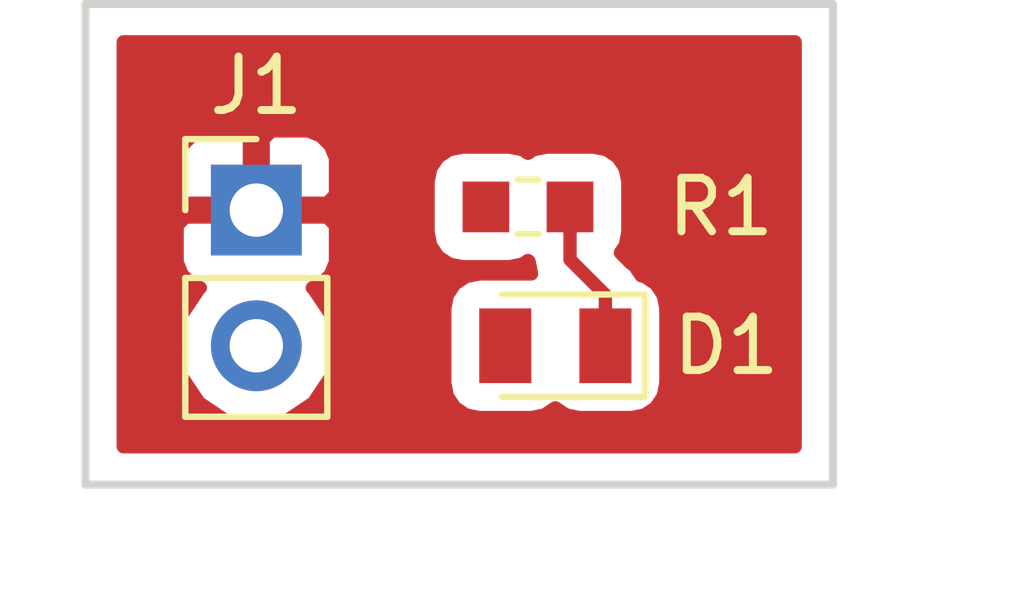
<source format=kicad_pcb>
(kicad_pcb (version 20171130) (host pcbnew 5.0.1-33cea8e~67~ubuntu18.04.1)

  (general
    (thickness 1.6)
    (drawings 5)
    (tracks 3)
    (zones 0)
    (modules 3)
    (nets 5)
  )

  (page A4)
  (layers
    (0 F.Cu signal)
    (31 B.Cu signal)
    (32 B.Adhes user)
    (33 F.Adhes user)
    (34 B.Paste user)
    (35 F.Paste user)
    (36 B.SilkS user)
    (37 F.SilkS user)
    (38 B.Mask user)
    (39 F.Mask user)
    (40 Dwgs.User user)
    (41 Cmts.User user)
    (42 Eco1.User user)
    (43 Eco2.User user)
    (44 Edge.Cuts user)
    (45 Margin user)
    (46 B.CrtYd user)
    (47 F.CrtYd user)
    (48 B.Fab user)
    (49 F.Fab user)
  )

  (setup
    (last_trace_width 0.25)
    (trace_clearance 0.2)
    (zone_clearance 0.508)
    (zone_45_only no)
    (trace_min 0.2)
    (segment_width 0.2)
    (edge_width 0.15)
    (via_size 0.6)
    (via_drill 0.4)
    (via_min_size 0.4)
    (via_min_drill 0.3)
    (uvia_size 0.3)
    (uvia_drill 0.1)
    (uvias_allowed no)
    (uvia_min_size 0.2)
    (uvia_min_drill 0.1)
    (pcb_text_width 0.3)
    (pcb_text_size 1.5 1.5)
    (mod_edge_width 0.15)
    (mod_text_size 1 1)
    (mod_text_width 0.15)
    (pad_size 1.524 1.524)
    (pad_drill 0.762)
    (pad_to_mask_clearance 0.2)
    (solder_mask_min_width 0.25)
    (aux_axis_origin 0 0)
    (visible_elements FFFFFF7F)
    (pcbplotparams
      (layerselection 0x00030_80000001)
      (usegerberextensions false)
      (usegerberattributes false)
      (usegerberadvancedattributes false)
      (creategerberjobfile false)
      (excludeedgelayer true)
      (linewidth 0.050000)
      (plotframeref false)
      (viasonmask false)
      (mode 1)
      (useauxorigin false)
      (hpglpennumber 1)
      (hpglpenspeed 20)
      (hpglpendiameter 15.000000)
      (psnegative false)
      (psa4output false)
      (plotreference true)
      (plotvalue true)
      (plotinvisibletext false)
      (padsonsilk false)
      (subtractmaskfromsilk false)
      (outputformat 1)
      (mirror false)
      (drillshape 1)
      (scaleselection 1)
      (outputdirectory ""))
  )

  (net 0 "")
  (net 1 "Net-(D1-Pad1)")
  (net 2 VCC)
  (net 3 GND)
  (net 4 "Net-(R1-Pad2)")

  (net_class Default "This is the default net class."
    (clearance 0.2)
    (trace_width 0.25)
    (via_dia 0.6)
    (via_drill 0.4)
    (uvia_dia 0.3)
    (uvia_drill 0.1)
    (add_net GND)
    (add_net "Net-(D1-Pad1)")
    (add_net "Net-(R1-Pad2)")
    (add_net VCC)
  )

  (module LED_SMD:LED_0805_2012Metric (layer F.Cu) (tedit 5B59AB38) (tstamp 5CA52F98)
    (at 147.8 108.4 180)
    (descr "LED SMD 0805 (2012 Metric), square (rectangular) end terminal, IPC_7351 nominal, (Body size source: https://docs.google.com/spreadsheets/d/1BsfQQcO9C6DZCsRaXUlFlo91Tg2WpOkGARC1WS5S8t0/edit?usp=sharing), generated with kicad-footprint-generator")
    (tags diode)
    (path /5CA326B7)
    (attr smd)
    (fp_text reference D1 (at -3.2 0 180) (layer F.SilkS)
      (effects (font (size 1 1) (thickness 0.15)))
    )
    (fp_text value LED (at -3.6 0 180) (layer F.Fab)
      (effects (font (size 1 1) (thickness 0.15)))
    )
    (fp_line (start 1 -0.6) (end -0.7 -0.6) (layer F.Fab) (width 0.1))
    (fp_line (start -0.7 -0.6) (end -1 -0.3) (layer F.Fab) (width 0.1))
    (fp_line (start -1 -0.3) (end -1 0.6) (layer F.Fab) (width 0.1))
    (fp_line (start -1 0.6) (end 1 0.6) (layer F.Fab) (width 0.1))
    (fp_line (start 1 0.6) (end 1 -0.6) (layer F.Fab) (width 0.1))
    (fp_line (start 1 -0.96) (end -1.685 -0.96) (layer F.SilkS) (width 0.12))
    (fp_line (start -1.685 -0.96) (end -1.685 0.96) (layer F.SilkS) (width 0.12))
    (fp_line (start -1.685 0.96) (end 1 0.96) (layer F.SilkS) (width 0.12))
    (fp_line (start -1.68 0.95) (end -1.68 -0.95) (layer F.CrtYd) (width 0.05))
    (fp_line (start -1.68 -0.95) (end 1.68 -0.95) (layer F.CrtYd) (width 0.05))
    (fp_line (start 1.68 -0.95) (end 1.68 0.95) (layer F.CrtYd) (width 0.05))
    (fp_line (start 1.68 0.95) (end -1.68 0.95) (layer F.CrtYd) (width 0.05))
    (fp_text user %R (at 0 0 180) (layer F.Fab)
      (effects (font (size 0.5 0.5) (thickness 0.08)))
    )
    (pad 1 smd rect (at -0.9375 0 180) (size 0.975 1.4) (layers F.Cu F.Paste F.Mask)
      (net 1 "Net-(D1-Pad1)"))
    (pad 2 smd rect (at 0.9375 0 180) (size 0.975 1.4) (layers F.Cu F.Paste F.Mask)
      (net 2 VCC))
    (model ${KISYS3DMOD}/LED_SMD.3dshapes/LED_0805_2012Metric.wrl
      (at (xyz 0 0 0))
      (scale (xyz 1 1 1))
      (rotate (xyz 0 0 0))
    )
  )

  (module Connector_PinHeader_2.54mm:PinHeader_1x02_P2.54mm_Vertical (layer F.Cu) (tedit 59FED5CC) (tstamp 5CA52FAE)
    (at 142.2 105.86)
    (descr "Through hole straight pin header, 1x02, 2.54mm pitch, single row")
    (tags "Through hole pin header THT 1x02 2.54mm single row")
    (path /5CA32731)
    (fp_text reference J1 (at 0 -2.33) (layer F.SilkS)
      (effects (font (size 1 1) (thickness 0.15)))
    )
    (fp_text value Conn_01x02 (at -2.4 1.04 90) (layer F.Fab)
      (effects (font (size 1 1) (thickness 0.15)))
    )
    (fp_line (start -0.635 -1.27) (end 1.27 -1.27) (layer F.Fab) (width 0.1))
    (fp_line (start 1.27 -1.27) (end 1.27 3.81) (layer F.Fab) (width 0.1))
    (fp_line (start 1.27 3.81) (end -1.27 3.81) (layer F.Fab) (width 0.1))
    (fp_line (start -1.27 3.81) (end -1.27 -0.635) (layer F.Fab) (width 0.1))
    (fp_line (start -1.27 -0.635) (end -0.635 -1.27) (layer F.Fab) (width 0.1))
    (fp_line (start -1.33 3.87) (end 1.33 3.87) (layer F.SilkS) (width 0.12))
    (fp_line (start -1.33 1.27) (end -1.33 3.87) (layer F.SilkS) (width 0.12))
    (fp_line (start 1.33 1.27) (end 1.33 3.87) (layer F.SilkS) (width 0.12))
    (fp_line (start -1.33 1.27) (end 1.33 1.27) (layer F.SilkS) (width 0.12))
    (fp_line (start -1.33 0) (end -1.33 -1.33) (layer F.SilkS) (width 0.12))
    (fp_line (start -1.33 -1.33) (end 0 -1.33) (layer F.SilkS) (width 0.12))
    (fp_line (start -1.8 -1.8) (end -1.8 4.35) (layer F.CrtYd) (width 0.05))
    (fp_line (start -1.8 4.35) (end 1.8 4.35) (layer F.CrtYd) (width 0.05))
    (fp_line (start 1.8 4.35) (end 1.8 -1.8) (layer F.CrtYd) (width 0.05))
    (fp_line (start 1.8 -1.8) (end -1.8 -1.8) (layer F.CrtYd) (width 0.05))
    (fp_text user %R (at 0 1.27 90) (layer F.Fab)
      (effects (font (size 1 1) (thickness 0.15)))
    )
    (pad 1 thru_hole rect (at 0 0) (size 1.7 1.7) (drill 1) (layers *.Cu *.Mask)
      (net 3 GND))
    (pad 2 thru_hole oval (at 0 2.54) (size 1.7 1.7) (drill 1) (layers *.Cu *.Mask)
      (net 2 VCC))
    (model ${KISYS3DMOD}/Connector_PinHeader_2.54mm.3dshapes/PinHeader_1x02_P2.54mm_Vertical.wrl
      (at (xyz 0 0 0))
      (scale (xyz 1 1 1))
      (rotate (xyz 0 0 0))
    )
  )

  (module Resistor_SMD:R_0603_1608Metric (layer F.Cu) (tedit 5B59AB37) (tstamp 5CA52FBF)
    (at 147.2875 105.8 180)
    (descr "Resistor SMD 0603 (1608 Metric), square (rectangular) end terminal, IPC_7351 nominal, (Body size source: http://www.tortai-tech.com/upload/download/2011102023233369053.pdf), generated with kicad-footprint-generator")
    (tags resistor)
    (path /5CA32696)
    (attr smd)
    (fp_text reference R1 (at -3.6125 0 180) (layer F.SilkS)
      (effects (font (size 1 1) (thickness 0.15)))
    )
    (fp_text value 330 (at -4.1125 0 180) (layer F.Fab)
      (effects (font (size 1 1) (thickness 0.15)))
    )
    (fp_line (start -0.8 0.4) (end -0.8 -0.4) (layer F.Fab) (width 0.1))
    (fp_line (start -0.8 -0.4) (end 0.8 -0.4) (layer F.Fab) (width 0.1))
    (fp_line (start 0.8 -0.4) (end 0.8 0.4) (layer F.Fab) (width 0.1))
    (fp_line (start 0.8 0.4) (end -0.8 0.4) (layer F.Fab) (width 0.1))
    (fp_line (start -0.193875 -0.51) (end 0.193875 -0.51) (layer F.SilkS) (width 0.12))
    (fp_line (start -0.193875 0.51) (end 0.193875 0.51) (layer F.SilkS) (width 0.12))
    (fp_line (start -1.48 0.73) (end -1.48 -0.73) (layer F.CrtYd) (width 0.05))
    (fp_line (start -1.48 -0.73) (end 1.48 -0.73) (layer F.CrtYd) (width 0.05))
    (fp_line (start 1.48 -0.73) (end 1.48 0.73) (layer F.CrtYd) (width 0.05))
    (fp_line (start 1.48 0.73) (end -1.48 0.73) (layer F.CrtYd) (width 0.05))
    (fp_text user %R (at 0 0 180) (layer F.Fab)
      (effects (font (size 0.4 0.4) (thickness 0.06)))
    )
    (pad 1 smd rect (at -0.7875 0 180) (size 0.875 0.95) (layers F.Cu F.Paste F.Mask)
      (net 1 "Net-(D1-Pad1)"))
    (pad 2 smd rect (at 0.7875 0 180) (size 0.875 0.95) (layers F.Cu F.Paste F.Mask)
      (net 4 "Net-(R1-Pad2)"))
    (model ${KISYS3DMOD}/Resistor_SMD.3dshapes/R_0603_1608Metric.wrl
      (at (xyz 0 0 0))
      (scale (xyz 1 1 1))
      (rotate (xyz 0 0 0))
    )
  )

  (gr_text "Pad 2 of J1 and pad 2 of D1 are not connected.\nWe expect an \"unconnected\" DRC message." (at 147 112.6) (layer Dwgs.User)
    (effects (font (size 0.5 0.5) (thickness 0.1)))
  )
  (gr_line (start 139 111) (end 139 102) (layer Edge.Cuts) (width 0.15))
  (gr_line (start 153 111) (end 139 111) (layer Edge.Cuts) (width 0.15))
  (gr_line (start 153 102) (end 153 111) (layer Edge.Cuts) (width 0.15))
  (gr_line (start 139 102) (end 153 102) (layer Edge.Cuts) (width 0.15))

  (segment (start 148.7375 108.4) (end 148.7375 107.45) (width 0.25) (layer F.Cu) (net 1))
  (segment (start 148.7375 107.45) (end 148.075 106.7875) (width 0.25) (layer F.Cu) (net 1))
  (segment (start 148.075 106.7875) (end 148.075 105.8) (width 0.25) (layer F.Cu) (net 1))

  (zone (net 3) (net_name GND) (layer F.Cu) (tstamp 0) (hatch edge 0.508)
    (connect_pads (clearance 0.508))
    (min_thickness 0.254)
    (fill yes (arc_segments 16) (thermal_gap 0.508) (thermal_bridge_width 0.508))
    (polygon
      (pts
        (xy 139 102) (xy 153 102) (xy 153 111) (xy 139 111)
      )
    )
    (filled_polygon
      (pts
        (xy 152.290001 110.29) (xy 139.71 110.29) (xy 139.71 108.4) (xy 140.685908 108.4) (xy 140.801161 108.979418)
        (xy 141.129375 109.470625) (xy 141.620582 109.798839) (xy 142.053744 109.885) (xy 142.346256 109.885) (xy 142.779418 109.798839)
        (xy 143.270625 109.470625) (xy 143.598839 108.979418) (xy 143.714092 108.4) (xy 143.598839 107.820582) (xy 143.270625 107.329375)
        (xy 143.248967 107.314904) (xy 143.409698 107.248327) (xy 143.588327 107.069699) (xy 143.685 106.83631) (xy 143.685 106.14575)
        (xy 143.52625 105.987) (xy 142.327 105.987) (xy 142.327 106.007) (xy 142.073 106.007) (xy 142.073 105.987)
        (xy 140.87375 105.987) (xy 140.715 106.14575) (xy 140.715 106.83631) (xy 140.811673 107.069699) (xy 140.990302 107.248327)
        (xy 141.151033 107.314904) (xy 141.129375 107.329375) (xy 140.801161 107.820582) (xy 140.685908 108.4) (xy 139.71 108.4)
        (xy 139.71 104.88369) (xy 140.715 104.88369) (xy 140.715 105.57425) (xy 140.87375 105.733) (xy 142.073 105.733)
        (xy 142.073 104.53375) (xy 142.327 104.53375) (xy 142.327 105.733) (xy 143.52625 105.733) (xy 143.685 105.57425)
        (xy 143.685 105.325) (xy 145.41506 105.325) (xy 145.41506 106.275) (xy 145.464343 106.522765) (xy 145.604691 106.732809)
        (xy 145.814735 106.873157) (xy 146.0625 106.92244) (xy 146.9375 106.92244) (xy 147.185265 106.873157) (xy 147.2875 106.804845)
        (xy 147.306024 106.817223) (xy 147.315 106.862347) (xy 147.315 106.862351) (xy 147.352952 107.053147) (xy 147.35 107.05256)
        (xy 146.375 107.05256) (xy 146.127235 107.101843) (xy 145.917191 107.242191) (xy 145.776843 107.452235) (xy 145.72756 107.7)
        (xy 145.72756 109.1) (xy 145.776843 109.347765) (xy 145.917191 109.557809) (xy 146.127235 109.698157) (xy 146.375 109.74744)
        (xy 147.35 109.74744) (xy 147.597765 109.698157) (xy 147.8 109.563027) (xy 148.002235 109.698157) (xy 148.25 109.74744)
        (xy 149.225 109.74744) (xy 149.472765 109.698157) (xy 149.682809 109.557809) (xy 149.823157 109.347765) (xy 149.87244 109.1)
        (xy 149.87244 107.7) (xy 149.823157 107.452235) (xy 149.682809 107.242191) (xy 149.472765 107.101843) (xy 149.410658 107.089489)
        (xy 149.351639 107.001161) (xy 149.327829 106.965526) (xy 149.327827 106.965524) (xy 149.285429 106.902071) (xy 149.221975 106.859672)
        (xy 149.020298 106.657996) (xy 149.110657 106.522765) (xy 149.15994 106.275) (xy 149.15994 105.325) (xy 149.110657 105.077235)
        (xy 148.970309 104.867191) (xy 148.760265 104.726843) (xy 148.5125 104.67756) (xy 147.6375 104.67756) (xy 147.389735 104.726843)
        (xy 147.2875 104.795155) (xy 147.185265 104.726843) (xy 146.9375 104.67756) (xy 146.0625 104.67756) (xy 145.814735 104.726843)
        (xy 145.604691 104.867191) (xy 145.464343 105.077235) (xy 145.41506 105.325) (xy 143.685 105.325) (xy 143.685 104.88369)
        (xy 143.588327 104.650301) (xy 143.409698 104.471673) (xy 143.176309 104.375) (xy 142.48575 104.375) (xy 142.327 104.53375)
        (xy 142.073 104.53375) (xy 141.91425 104.375) (xy 141.223691 104.375) (xy 140.990302 104.471673) (xy 140.811673 104.650301)
        (xy 140.715 104.88369) (xy 139.71 104.88369) (xy 139.71 102.71) (xy 152.29 102.71)
      )
    )
  )
)

</source>
